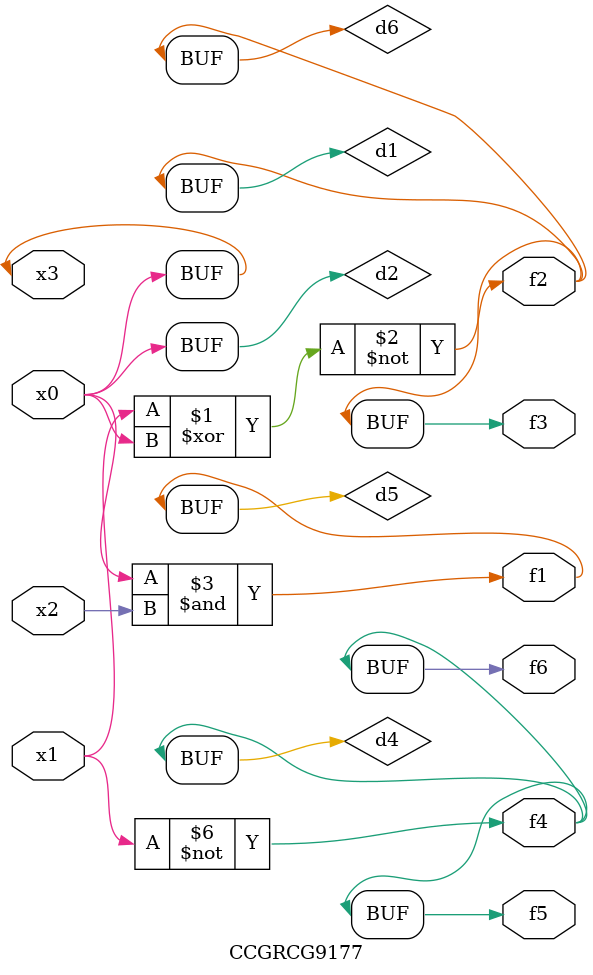
<source format=v>
module CCGRCG9177(
	input x0, x1, x2, x3,
	output f1, f2, f3, f4, f5, f6
);

	wire d1, d2, d3, d4, d5, d6;

	xnor (d1, x1, x3);
	buf (d2, x0, x3);
	nand (d3, x0, x2);
	not (d4, x1);
	nand (d5, d3);
	or (d6, d1);
	assign f1 = d5;
	assign f2 = d6;
	assign f3 = d6;
	assign f4 = d4;
	assign f5 = d4;
	assign f6 = d4;
endmodule

</source>
